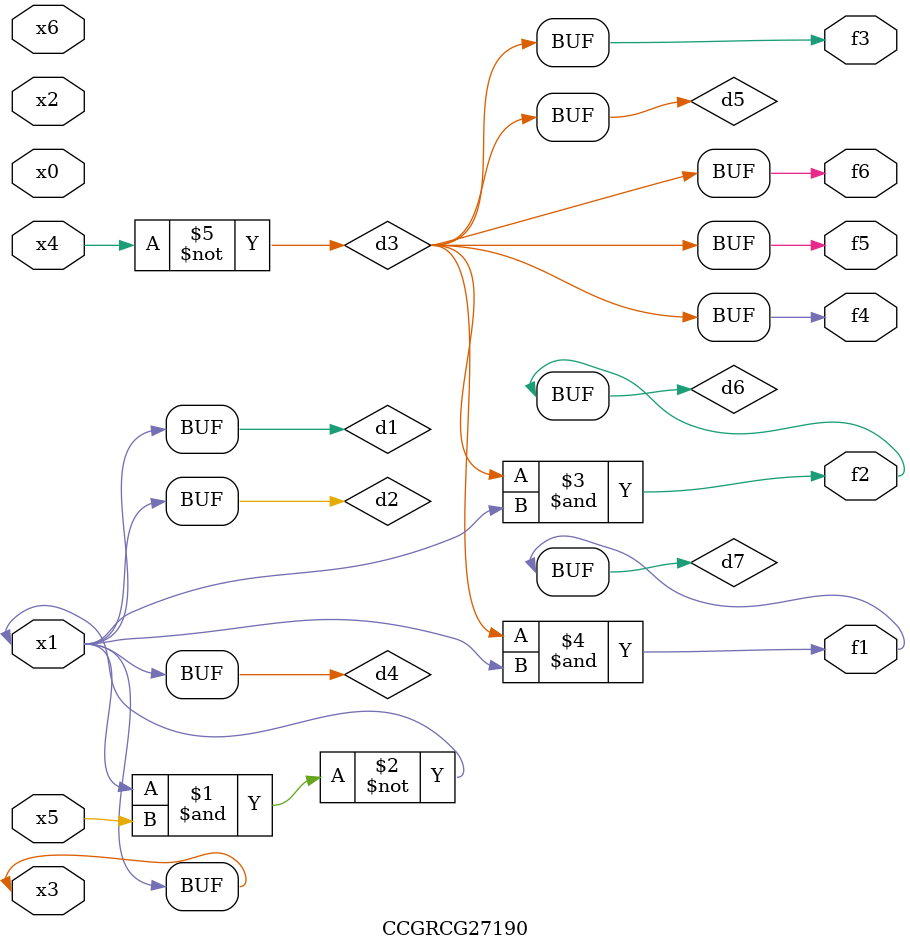
<source format=v>
module CCGRCG27190(
	input x0, x1, x2, x3, x4, x5, x6,
	output f1, f2, f3, f4, f5, f6
);

	wire d1, d2, d3, d4, d5, d6, d7;

	buf (d1, x1, x3);
	nand (d2, x1, x5);
	not (d3, x4);
	buf (d4, d1, d2);
	buf (d5, d3);
	and (d6, d3, d4);
	and (d7, d3, d4);
	assign f1 = d7;
	assign f2 = d6;
	assign f3 = d5;
	assign f4 = d5;
	assign f5 = d5;
	assign f6 = d5;
endmodule

</source>
